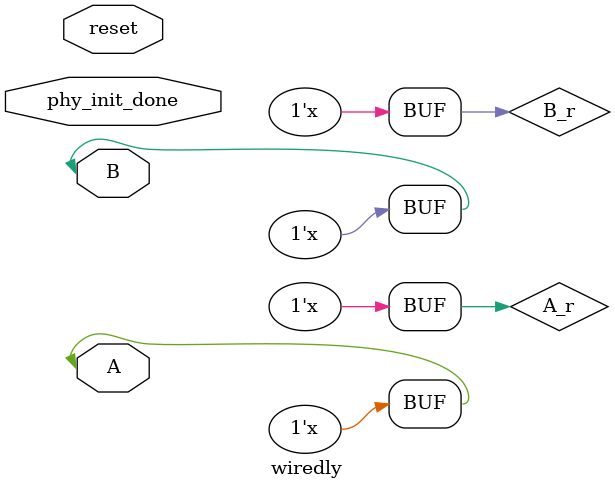
<source format=sv>


`timescale 1ps / 1ps

module wiredly # 
(
    parameter Delay_g = 0,
    parameter Delay_rd = 0,
    parameter ERR_INSERT = "OFF"
)(
    inout A,
    inout B,
    input reset,
    input phy_init_done
);

    reg A_r;
    reg B_r;
    reg B_inv ;
    reg line_en;

    reg B_nonX;

    assign A = A_r;
    assign B = B_r;

    always @ (*)
    begin
        if (B === 1'bx)
            B_nonX <= $random;
        else
            B_nonX <= B;
    end
   
    always@(*)
    begin
        if((B_nonX == 'b1) || (B_nonX == 'b0))
            B_inv <= #0 ~B_nonX ;
        else
            B_inv <= #0 'bz ;
    end
   
    always @(*) 
    begin
        if (!reset) 
        begin
            A_r <= 1'bz;
            B_r <= 1'bz;
            line_en <= 1'b0;
        end 
        else 
        begin
            if (line_en) 
            begin
                B_r <= 1'bz;
                if ((ERR_INSERT == "ON") & (phy_init_done))
                    A_r <= #Delay_rd B_inv;
                else
                    A_r <= #Delay_rd B_nonX;
            end 
            else 
            begin
                B_r <= #Delay_g A;
                A_r <= 1'bz;
            end
        end
    end

    always @(A or B) 
    begin
        if (!reset) 
        begin
            line_en <= 1'b0;
        end 
        else if (A !== A_r) 
        begin
            line_en <= 1'b0;
        end 
        else if (B_r !== B) 
        begin
            line_en <= 1'b1;
        end 
        else 
        begin
            line_en <= line_en;
        end
    end

endmodule


</source>
